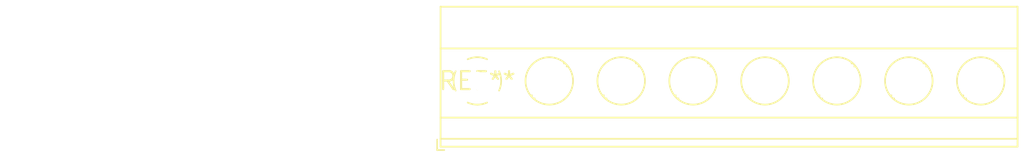
<source format=kicad_pcb>
(kicad_pcb (version 20240108) (generator pcbnew)
  (layers (0 "F.Cu" signal) (31 "B.Cu" signal) (34 "B.Paste" user) (35 "F.Paste" user) (36 "B.SilkS" user "B.Silkscreen") (37 "F.SilkS" user "F.Silkscreen") (38 "B.Mask" user) (39 "F.Mask" user) (44 "Edge.Cuts" user))
  (net 0 "")
  (footprint "TerminalBlock_Phoenix_MKDS-1,5-8-5.08_1x08_P5.08mm_Horizontal" (layer "F.Cu") (at 0 0)
    (property "Reference" "REF**")
    (property "Value" "TerminalBlock_Phoenix_MKDS-1,5-8-5.08_1x08_P5.08mm_Horizontal")
    (fp_line (start -2.84 4.16) (end -2.84 4.9) (layer "F.SilkS") (stroke (width 0.12)))
    (fp_line (start -2.84 4.9) (end -2.34 4.9) (layer "F.SilkS") (stroke (width 0.12)))
    (fp_line (start -2.6 -5.261) (end -2.6 4.66) (layer "F.SilkS") (stroke (width 0.12)))
    (fp_line (start -2.6 -5.261) (end 38.16 -5.261) (layer "F.SilkS") (stroke (width 0.12)))
    (fp_line (start -2.6 -2.301) (end 38.16 -2.301) (layer "F.SilkS") (stroke (width 0.12)))
    (fp_line (start -2.6 2.6) (end 38.16 2.6) (layer "F.SilkS") (stroke (width 0.12)))
    (fp_line (start -2.6 4.1) (end 38.16 4.1) (layer "F.SilkS") (stroke (width 0.12)))
    (fp_line (start -2.6 4.66) (end 38.16 4.66) (layer "F.SilkS") (stroke (width 0.12)))
    (fp_line (start 3.853 1.023) (end 3.806 1.069) (layer "F.SilkS") (stroke (width 0.12)))
    (fp_line (start 4.046 1.239) (end 4.011 1.274) (layer "F.SilkS") (stroke (width 0.12)))
    (fp_line (start 6.15 -1.275) (end 6.115 -1.239) (layer "F.SilkS") (stroke (width 0.12)))
    (fp_line (start 6.355 -1.069) (end 6.308 -1.023) (layer "F.SilkS") (stroke (width 0.12)))
    (fp_line (start 8.933 1.023) (end 8.886 1.069) (layer "F.SilkS") (stroke (width 0.12)))
    (fp_line (start 9.126 1.239) (end 9.091 1.274) (layer "F.SilkS") (stroke (width 0.12)))
    (fp_line (start 11.23 -1.275) (end 11.195 -1.239) (layer "F.SilkS") (stroke (width 0.12)))
    (fp_line (start 11.435 -1.069) (end 11.388 -1.023) (layer "F.SilkS") (stroke (width 0.12)))
    (fp_line (start 14.013 1.023) (end 13.966 1.069) (layer "F.SilkS") (stroke (width 0.12)))
    (fp_line (start 14.206 1.239) (end 14.171 1.274) (layer "F.SilkS") (stroke (width 0.12)))
    (fp_line (start 16.31 -1.275) (end 16.275 -1.239) (layer "F.SilkS") (stroke (width 0.12)))
    (fp_line (start 16.515 -1.069) (end 16.468 -1.023) (layer "F.SilkS") (stroke (width 0.12)))
    (fp_line (start 19.093 1.023) (end 19.046 1.069) (layer "F.SilkS") (stroke (width 0.12)))
    (fp_line (start 19.286 1.239) (end 19.251 1.274) (layer "F.SilkS") (stroke (width 0.12)))
    (fp_line (start 21.39 -1.275) (end 21.355 -1.239) (layer "F.SilkS") (stroke (width 0.12)))
    (fp_line (start 21.595 -1.069) (end 21.548 -1.023) (layer "F.SilkS") (stroke (width 0.12)))
    (fp_line (start 24.173 1.023) (end 24.126 1.069) (layer "F.SilkS") (stroke (width 0.12)))
    (fp_line (start 24.366 1.239) (end 24.331 1.274) (layer "F.SilkS") (stroke (width 0.12)))
    (fp_line (start 26.47 -1.275) (end 26.435 -1.239) (layer "F.SilkS") (stroke (width 0.12)))
    (fp_line (start 26.675 -1.069) (end 26.628 -1.023) (layer "F.SilkS") (stroke (width 0.12)))
    (fp_line (start 29.253 1.023) (end 29.206 1.069) (layer "F.SilkS") (stroke (width 0.12)))
    (fp_line (start 29.446 1.239) (end 29.411 1.274) (layer "F.SilkS") (stroke (width 0.12)))
    (fp_line (start 31.55 -1.275) (end 31.515 -1.239) (layer "F.SilkS") (stroke (width 0.12)))
    (fp_line (start 31.755 -1.069) (end 31.708 -1.023) (layer "F.SilkS") (stroke (width 0.12)))
    (fp_line (start 34.333 1.023) (end 34.286 1.069) (layer "F.SilkS") (stroke (width 0.12)))
    (fp_line (start 34.526 1.239) (end 34.491 1.274) (layer "F.SilkS") (stroke (width 0.12)))
    (fp_line (start 36.63 -1.275) (end 36.595 -1.239) (layer "F.SilkS") (stroke (width 0.12)))
    (fp_line (start 36.835 -1.069) (end 36.788 -1.023) (layer "F.SilkS") (stroke (width 0.12)))
    (fp_line (start 38.16 -5.261) (end 38.16 4.66) (layer "F.SilkS") (stroke (width 0.12)))
    (fp_arc (start -1.535427 0.683042) (mid -1.680501 -0.000524) (end -1.535 -0.684) (layer "F.SilkS") (stroke (width 0.12)))
    (fp_arc (start -0.683042 -1.535427) (mid 0.000524 -1.680501) (end 0.684 -1.535) (layer "F.SilkS") (stroke (width 0.12)))
    (fp_arc (start 0.028805 1.680253) (mid -0.335551 1.646659) (end -0.684 1.535) (layer "F.SilkS") (stroke (width 0.12)))
    (fp_arc (start 0.683318 1.534756) (mid 0.349292 1.643288) (end 0 1.68) (layer "F.SilkS") (stroke (width 0.12)))
    (fp_arc (start 1.535427 -0.683042) (mid 1.680501 0.000524) (end 1.535 0.684) (layer "F.SilkS") (stroke (width 0.12)))
    (fp_circle (center 5.08 0) (end 6.76 0) (layer "F.SilkS") (stroke (width 0.12)) (fill none))
    (fp_circle (center 10.16 0) (end 11.84 0) (layer "F.SilkS") (stroke (width 0.12)) (fill none))
    (fp_circle (center 15.24 0) (end 16.92 0) (layer "F.SilkS") (stroke (width 0.12)) (fill none))
    (fp_circle (center 20.32 0) (end 22 0) (layer "F.SilkS") (stroke (width 0.12)) (fill none))
    (fp_circle (center 25.4 0) (end 27.08 0) (layer "F.SilkS") (stroke (width 0.12)) (fill none))
    (fp_circle (center 30.48 0) (end 32.16 0) (layer "F.SilkS") (stroke (width 0.12)) (fill none))
    (fp_circle (center 35.56 0) (end 37.24 0) (layer "F.SilkS") (stroke (width 0.12)) (fill none))
    (pad "1" thru_hole rect (at 0 0) (size 2.6 2.6) (drill 1.3) (layers *.Cu *.Mask) (remove_unused_layers))
    (pad "2" thru_hole circle (at 5.08 0) (size 2.6 2.6) (drill 1.3) (layers *.Cu *.Mask) (remove_unused_layers))
    (pad "3" thru_hole circle (at 10.16 0) (size 2.6 2.6) (drill 1.3) (layers *.Cu *.Mask) (remove_unused_layers))
    (pad "4" thru_hole circle (at 15.24 0) (size 2.6 2.6) (drill 1.3) (layers *.Cu *.Mask) (remove_unused_layers))
    (pad "5" thru_hole circle (at 20.32 0) (size 2.6 2.6) (drill 1.3) (layers *.Cu *.Mask) (remove_unused_layers))
    (pad "6" thru_hole circle (at 25.4 0) (size 2.6 2.6) (drill 1.3) (layers *.Cu *.Mask) (remove_unused_layers))
    (pad "7" thru_hole circle (at 30.48 0) (size 2.6 2.6) (drill 1.3) (layers *.Cu *.Mask) (remove_unused_layers))
    (pad "8" thru_hole circle (at 35.56 0) (size 2.6 2.6) (drill 1.3) (layers *.Cu *.Mask) (remove_unused_layers))
  )
)
</source>
